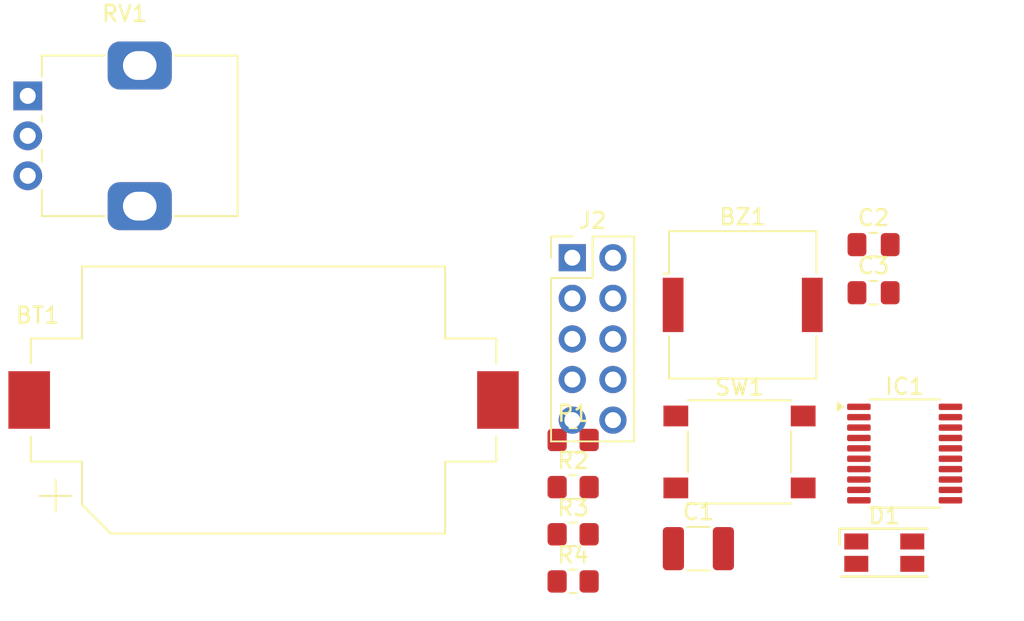
<source format=kicad_pcb>
(kicad_pcb (version 20240108) (generator "pcbnew") (generator_version "8.0")
  (layers (0 "F.Cu" signal) (31 "B.Cu" signal) (34 "B.Paste" user) (35 "F.Paste" user) (36 "B.SilkS" user "B.Silkscreen") (37 "F.SilkS" user "F.Silkscreen") (38 "B.Mask" user) (39 "F.Mask" user) (44 "Edge.Cuts" user))
  (net 0 "")
  (net 1 "GND")
  (net 2 "VCC")
  (net 5 "NRST")
  (net 17 "SWDIO")
  (net 25 "SWCLK")
  (net 27 "BLUE")
  (net 28 "GREEN")
  (net 29 "RED")
  (net 38 "BEEP")
  (net 39 "BTN")
  (footprint "Resistor_SMD:R_0805_2012Metric_Pad1.20x1.40mm_HandSolder" (layer "F.Cu") (at -25.2 -6.9)
    (property "Reference" "R4" (at 0 -1.65 0) (layer "F.SilkS"))
    (property "Value" "R")
    (fp_line (start -0.227064 -0.735) (end 0.227064 -0.735) (stroke (width 0.12)) (layer "F.SilkS"))
    (fp_line (start -0.227064 0.735) (end 0.227064 0.735) (stroke (width 0.12)) (layer "F.SilkS"))
    (pad "1" smd roundrect (at -1 0) (size 1.2 1.4) (layers "F.Cu" "F.Paste" "F.Mask") (roundrect_rratio 0.208333))
    (pad "2" smd roundrect (at 1 0) (size 1.2 1.4) (layers "F.Cu" "F.Paste" "F.Mask") (roundrect_rratio 0.208333))
  )
  (footprint "Capacitor_SMD:C_1210_3225Metric_Pad1.33x2.70mm_HandSolder" (layer "F.Cu") (at -17.37 -8.95)
    (property "Reference" "C1" (at 0 -2.3 0) (layer "F.SilkS"))
    (property "Value" "10 uF")
    (fp_line (start -0.711252 -1.36) (end 0.711252 -1.36) (stroke (width 0.12)) (layer "F.SilkS"))
    (fp_line (start -0.711252 1.36) (end 0.711252 1.36) (stroke (width 0.12)) (layer "F.SilkS"))
    (pad "1" smd roundrect (at -1.5625 0) (size 1.325 2.7) (layers "F.Cu" "F.Paste" "F.Mask") (roundrect_rratio 0.188679) (net 2 "VCC"))
    (pad "2" smd roundrect (at 1.5625 0) (size 1.325 2.7) (layers "F.Cu" "F.Paste" "F.Mask") (roundrect_rratio 0.188679) (net 1 "GND"))
  )
  (footprint "Package_SO:TSSOP-20_4.4x6.5mm_P0.65mm" (layer "F.Cu") (at -4.475 -14.9)
    (property "Reference" "IC1" (at 0 -4.2 0) (layer "F.SilkS"))
    (property "Value" "MSPS003F4SPW20R")
    (fp_line (start 0 -3.385) (end -2.2 -3.385) (stroke (width 0.12)) (layer "F.SilkS"))
    (fp_line (start 0 -3.385) (end 2.2 -3.385) (stroke (width 0.12)) (layer "F.SilkS"))
    (fp_line (start 0 3.385) (end -2.2 3.385) (stroke (width 0.12)) (layer "F.SilkS"))
    (fp_line (start 0 3.385) (end 2.2 3.385) (stroke (width 0.12)) (layer "F.SilkS"))
    (fp_poly (pts (xy -3.86 -2.925) (xy -4.19 -3.165) (xy -4.19 -2.685) (xy -3.86 -2.925)) (stroke (width 0.12)) (fill solid) (layer "F.SilkS"))
    (pad "1" smd roundrect (at -2.8625 -2.925) (size 1.475 0.4) (layers "F.Cu" "F.Paste" "F.Mask"))
    (pad "2" smd roundrect (at -2.8625 -2.275) (size 1.475 0.4) (layers "F.Cu" "F.Paste" "F.Mask"))
    (pad "3" smd roundrect (at -2.8625 -1.625) (size 1.475 0.4) (layers "F.Cu" "F.Paste" "F.Mask"))
    (pad "4" smd roundrect (at -2.8625 -0.975) (size 1.475 0.4) (layers "F.Cu" "F.Paste" "F.Mask") (net 5 "NRST"))
    (pad "5" smd roundrect (at -2.8625 -0.325) (size 1.475 0.4) (layers "F.Cu" "F.Paste" "F.Mask"))
    (pad "6" smd roundrect (at -2.8625 0.325) (size 1.475 0.4) (layers "F.Cu" "F.Paste" "F.Mask"))
    (pad "7" smd roundrect (at -2.8625 0.975) (size 1.475 0.4) (layers "F.Cu" "F.Paste" "F.Mask") (net 1 "GND"))
    (pad "8" smd roundrect (at -2.8625 1.625) (size 1.475 0.4) (layers "F.Cu" "F.Paste" "F.Mask"))
    (pad "9" smd roundrect (at -2.8625 2.275) (size 1.475 0.4) (layers "F.Cu" "F.Paste" "F.Mask") (net 2 "VCC"))
    (pad "10" smd roundrect (at -2.8625 2.925) (size 1.475 0.4) (layers "F.Cu" "F.Paste" "F.Mask"))
    (pad "11" smd roundrect (at 2.8625 2.925) (size 1.475 0.4) (layers "F.Cu" "F.Paste" "F.Mask"))
    (pad "12" smd roundrect (at 2.8625 2.275) (size 1.475 0.4) (layers "F.Cu" "F.Paste" "F.Mask"))
    (pad "13" smd roundrect (at 2.8625 1.625) (size 1.475 0.4) (layers "F.Cu" "F.Paste" "F.Mask"))
    (pad "14" smd roundrect (at 2.8625 0.975) (size 1.475 0.4) (layers "F.Cu" "F.Paste" "F.Mask"))
    (pad "15" smd roundrect (at 2.8625 0.325) (size 1.475 0.4) (layers "F.Cu" "F.Paste" "F.Mask") (net 17 "SWDIO"))
    (pad "16" smd roundrect (at 2.8625 -0.325) (size 1.475 0.4) (layers "F.Cu" "F.Paste" "F.Mask") (net 25 "SWCLK"))
    (pad "17" smd roundrect (at 2.8625 -0.975) (size 1.475 0.4) (layers "F.Cu" "F.Paste" "F.Mask"))
    (pad "18" smd roundrect (at 2.8625 -1.625) (size 1.475 0.4) (layers "F.Cu" "F.Paste" "F.Mask"))
    (pad "19" smd roundrect (at 2.8625 -2.275) (size 1.475 0.4) (layers "F.Cu" "F.Paste" "F.Mask"))
    (pad "20" smd roundrect (at 2.8625 -2.925) (size 1.475 0.4) (layers "F.Cu" "F.Paste" "F.Mask"))
  )
  (footprint "LED_SMD:LED_RGB_1210" (layer "F.Cu") (at -5.75 -8.7)
    (property "Reference" "D1" (at 0 -2.3 0) (layer "F.SilkS"))
    (property "Value" "LED_ARGB")
    (fp_line (start -2.8 -0.5) (end -2.8 -1.5) (stroke (width 0.15)) (layer "F.SilkS"))
    (fp_line (start 2.7 -1.5) (end -2.8 -1.5) (stroke (width 0.15)) (layer "F.SilkS"))
    (fp_line (start 2.7 1.5) (end -2.7 1.5) (stroke (width 0.15)) (layer "F.SilkS"))
    (pad "1" smd rect (at -1.75 -0.7 180) (size 1.5 1) (layers "F.Cu" "F.Paste" "F.Mask"))
    (pad "2" smd rect (at -1.75 0.7 180) (size 1.5 1) (layers "F.Cu" "F.Paste" "F.Mask"))
    (pad "3" smd rect (at 1.75 0.7 180) (size 1.5 1) (layers "F.Cu" "F.Paste" "F.Mask"))
    (pad "4" smd rect (at 1.75 -0.7 180) (size 1.5 1) (layers "F.Cu" "F.Paste" "F.Mask"))
  )
  (footprint "Battery:BatteryHolder_Keystone_1060_1x2032" (layer "F.Cu") (at -44.55 -18.249533)
    (property "Reference" "BT1" (at -14.125 -5.3 0) (layer "F.SilkS"))
    (property "Value" "Battery_Cell")
    (fp_line (start -14.55 -3.85) (end -14.55 -2.3) (stroke (width 0.12)) (layer "F.SilkS"))
    (fp_line (start -14.55 3.85) (end -14.55 2.3) (stroke (width 0.12)) (layer "F.SilkS"))
    (fp_line (start -13 5) (end -13 7) (stroke (width 0.12)) (layer "F.SilkS"))
    (fp_line (start -12 6) (end -14 6) (stroke (width 0.12)) (layer "F.SilkS"))
    (fp_line (start -11.35 -8.35) (end -11.35 -3.85) (stroke (width 0.12)) (layer "F.SilkS"))
    (fp_line (start -11.35 -8.35) (end 11.35 -8.35) (stroke (width 0.12)) (layer "F.SilkS"))
    (fp_line (start -11.35 -3.85) (end -14.55 -3.85) (stroke (width 0.12)) (layer "F.SilkS"))
    (fp_line (start -11.35 3.85) (end -14.55 3.85) (stroke (width 0.12)) (layer "F.SilkS"))
    (fp_line (start -11.35 6.55) (end -11.35 3.85) (stroke (width 0.12)) (layer "F.SilkS"))
    (fp_line (start -9.55 8.35) (end -11.35 6.55) (stroke (width 0.12)) (layer "F.SilkS"))
    (fp_line (start 11.35 -8.35) (end 11.35 -3.85) (stroke (width 0.12)) (layer "F.SilkS"))
    (fp_line (start 11.35 -3.85) (end 14.55 -3.85) (stroke (width 0.12)) (layer "F.SilkS"))
    (fp_line (start 11.35 3.85) (end 14.55 3.85) (stroke (width 0.12)) (layer "F.SilkS"))
    (fp_line (start 11.35 8.35) (end -9.55 8.35) (stroke (width 0.12)) (layer "F.SilkS"))
    (fp_line (start 11.35 8.35) (end 11.35 3.85) (stroke (width 0.12)) (layer "F.SilkS"))
    (fp_line (start 14.55 -3.85) (end 14.55 -2.3) (stroke (width 0.12)) (layer "F.SilkS"))
    (fp_line (start 14.55 3.85) (end 14.55 2.3) (stroke (width 0.12)) (layer "F.SilkS"))
    (pad "1" smd rect (at -14.65 0 180) (size 2.6 3.6) (layers "F.Cu" "F.Paste" "F.Mask") (net 2 "VCC"))
    (pad "2" smd rect (at 14.65 0 180) (size 2.6 3.6) (layers "F.Cu" "F.Paste" "F.Mask") (net 1 "GND"))
  )
  (footprint "Buzzer_Beeper:Buzzer_Murata_PKMCS0909E" (layer "F.Cu") (at -14.6 -24.2)
    (property "Reference" "BZ1" (at 0 -5.5 0) (layer "F.SilkS"))
    (property "Value" "Buzzer")
    (fp_line (start -4.61 -4.61) (end 4.61 -4.61) (stroke (width 0.12)) (layer "F.SilkS"))
    (fp_line (start -4.61 -1.96) (end -4.94 -1.96) (stroke (width 0.12)) (layer "F.SilkS"))
    (fp_line (start -4.61 -1.96) (end -4.61 -4.61) (stroke (width 0.12)) (layer "F.SilkS"))
    (fp_line (start -4.61 4.61) (end -4.61 1.96) (stroke (width 0.12)) (layer "F.SilkS"))
    (fp_line (start 4.61 -4.61) (end 4.61 -1.96) (stroke (width 0.12)) (layer "F.SilkS"))
    (fp_line (start 4.61 1.96) (end 4.61 4.61) (stroke (width 0.12)) (layer "F.SilkS"))
    (fp_line (start 4.61 4.61) (end -4.61 4.61) (stroke (width 0.12)) (layer "F.SilkS"))
    (pad "1" smd rect (at -4.35 0) (size 1.3 3.4) (layers "F.Cu" "F.Paste" "F.Mask"))
    (pad "2" smd rect (at 4.35 0) (size 1.3 3.4) (layers "F.Cu" "F.Paste" "F.Mask"))
  )
  (footprint "Resistor_SMD:R_0805_2012Metric_Pad1.20x1.40mm_HandSolder" (layer "F.Cu") (at -25.2 -15.75)
    (property "Reference" "R1" (at 0 -1.65 0) (layer "F.SilkS"))
    (property "Value" "R")
    (fp_line (start -0.227064 -0.735) (end 0.227064 -0.735) (stroke (width 0.12)) (layer "F.SilkS"))
    (fp_line (start -0.227064 0.735) (end 0.227064 0.735) (stroke (width 0.12)) (layer "F.SilkS"))
    (pad "1" smd roundrect (at -1 0) (size 1.2 1.4) (layers "F.Cu" "F.Paste" "F.Mask") (roundrect_rratio 0.208333) (net 2 "VCC"))
    (pad "2" smd roundrect (at 1 0) (size 1.2 1.4) (layers "F.Cu" "F.Paste" "F.Mask") (roundrect_rratio 0.208333) (net 5 "NRST"))
  )
  (footprint "Resistor_SMD:R_0805_2012Metric_Pad1.20x1.40mm_HandSolder" (layer "F.Cu") (at -25.2 -9.85)
    (property "Reference" "R3" (at 0 -1.65 0) (layer "F.SilkS"))
    (property "Value" "R")
    (fp_line (start -0.227064 -0.735) (end 0.227064 -0.735) (stroke (width 0.12)) (layer "F.SilkS"))
    (fp_line (start -0.227064 0.735) (end 0.227064 0.735) (stroke (width 0.12)) (layer "F.SilkS"))
    (pad "1" smd roundrect (at -1 0) (size 1.2 1.4) (layers "F.Cu" "F.Paste" "F.Mask") (roundrect_rratio 0.208333))
    (pad "2" smd roundrect (at 1 0) (size 1.2 1.4) (layers "F.Cu" "F.Paste" "F.Mask") (roundrect_rratio 0.208333))
  )
  (footprint "Capacitor_SMD:C_0805_2012Metric_Pad1.18x1.45mm_HandSolder" (layer "F.Cu") (at -6.42 -24.96)
    (property "Reference" "C3" (at 0 -1.68 0) (layer "F.SilkS"))
    (property "Value" "10 nF")
    (fp_line (start -0.261252 -0.735) (end 0.261252 -0.735) (stroke (width 0.12)) (layer "F.SilkS"))
    (fp_line (start -0.261252 0.735) (end 0.261252 0.735) (stroke (width 0.12)) (layer "F.SilkS"))
    (pad "1" smd roundrect (at -1.0375 0) (size 1.175 1.45) (layers "F.Cu" "F.Paste" "F.Mask") (roundrect_rratio 0.212766) (net 1 "GND"))
    (pad "2" smd roundrect (at 1.0375 0) (size 1.175 1.45) (layers "F.Cu" "F.Paste" "F.Mask") (roundrect_rratio 0.212766) (net 5 "NRST"))
  )
  (footprint "Button_Switch_SMD:SW_SPST_PTS645" (layer "F.Cu") (at -14.8 -15)
    (property "Reference" "SW1" (at 0 -4.05 0) (layer "F.SilkS"))
    (property "Value" "SW_SPST")
    (fp_line (start -3.23 -3.23) (end 3.23 -3.23) (stroke (width 0.12)) (layer "F.SilkS"))
    (fp_line (start -3.23 -3.2) (end -3.23 -3.23) (stroke (width 0.12)) (layer "F.SilkS"))
    (fp_line (start -3.23 -1.3) (end -3.23 1.3) (stroke (width 0.12)) (layer "F.SilkS"))
    (fp_line (start -3.23 3.23) (end -3.23 3.2) (stroke (width 0.12)) (layer "F.SilkS"))
    (fp_line (start -3.23 3.23) (end 3.23 3.23) (stroke (width 0.12)) (layer "F.SilkS"))
    (fp_line (start 3.23 -3.23) (end 3.23 -3.2) (stroke (width 0.12)) (layer "F.SilkS"))
    (fp_line (start 3.23 -1.3) (end 3.23 1.3) (stroke (width 0.12)) (layer "F.SilkS"))
    (fp_line (start 3.23 3.23) (end 3.23 3.2) (stroke (width 0.12)) (layer "F.SilkS"))
    (pad "1" smd rect (at -3.98 -2.25) (size 1.55 1.3) (layers "F.Cu" "F.Paste" "F.Mask"))
    (pad "1" smd rect (at 3.98 -2.25) (size 1.55 1.3) (layers "F.Cu" "F.Paste" "F.Mask"))
    (pad "2" smd rect (at -3.98 2.25) (size 1.55 1.3) (layers "F.Cu" "F.Paste" "F.Mask") (net 2 "VCC"))
    (pad "2" smd rect (at 3.98 2.25) (size 1.55 1.3) (layers "F.Cu" "F.Paste" "F.Mask") (net 2 "VCC"))
  )
  (footprint "Connector_PinHeader_2.54mm:PinHeader_2x05_P2.54mm_Vertical" (layer "F.Cu") (at -25.25 -27.15)
    (property "Reference" "J2" (at 1.27 -2.33 0) (layer "F.SilkS"))
    (property "Value" "Conn_02x05_Counter_Clockwise")
    (fp_line (start -1.33 -1.33) (end 0 -1.33) (stroke (width 0.12)) (layer "F.SilkS"))
    (fp_line (start -1.33 0) (end -1.33 -1.33) (stroke (width 0.12)) (layer "F.SilkS"))
    (fp_line (start -1.33 1.27) (end -1.33 11.49) (stroke (width 0.12)) (layer "F.SilkS"))
    (fp_line (start -1.33 1.27) (end 1.27 1.27) (stroke (width 0.12)) (layer "F.SilkS"))
    (fp_line (start -1.33 11.49) (end 3.87 11.49) (stroke (width 0.12)) (layer "F.SilkS"))
    (fp_line (start 1.27 -1.33) (end 3.87 -1.33) (stroke (width 0.12)) (layer "F.SilkS"))
    (fp_line (start 1.27 1.27) (end 1.27 -1.33) (stroke (width 0.12)) (layer "F.SilkS"))
    (fp_line (start 3.87 -1.33) (end 3.87 11.49) (stroke (width 0.12)) (layer "F.SilkS"))
    (pad "1" thru_hole rect (at 0 0) (size 1.7 1.7) (drill 1) (layers "*.Cu" "*.Mask") (net 1 "GND"))
    (pad "2" thru_hole oval (at 2.54 0) (size 1.7 1.7) (drill 1) (layers "*.Cu" "*.Mask") (net 2 "VCC"))
    (pad "3" thru_hole oval (at 0 2.54) (size 1.7 1.7) (drill 1) (layers "*.Cu" "*.Mask") (net 5 "NRST"))
    (pad "4" thru_hole oval (at 2.54 2.54) (size 1.7 1.7) (drill 1) (layers "*.Cu" "*.Mask") (net 17 "SWDIO"))
    (pad "5" thru_hole oval (at 0 5.08) (size 1.7 1.7) (drill 1) (layers "*.Cu" "*.Mask") (net 25 "SWCLK"))
    (pad "6" thru_hole oval (at 2.54 5.08) (size 1.7 1.7) (drill 1) (layers "*.Cu" "*.Mask") (net 27 "BLUE"))
    (pad "7" thru_hole oval (at 0 7.62) (size 1.7 1.7) (drill 1) (layers "*.Cu" "*.Mask") (net 28 "GREEN"))
    (pad "8" thru_hole oval (at 2.54 7.62) (size 1.7 1.7) (drill 1) (layers "*.Cu" "*.Mask") (net 29 "RED"))
    (pad "9" thru_hole oval (at 0 10.16) (size 1.7 1.7) (drill 1) (layers "*.Cu" "*.Mask") (net 39 "BTN"))
    (pad "10" thru_hole oval (at 2.54 10.16) (size 1.7 1.7) (drill 1) (layers "*.Cu" "*.Mask") (net 38 "BEEP"))
  )
  (footprint "Capacitor_SMD:C_0805_2012Metric_Pad1.18x1.45mm_HandSolder" (layer "F.Cu") (at -6.42 -27.97)
    (property "Reference" "C2" (at 0 -1.68 0) (layer "F.SilkS"))
    (property "Value" "0.1 uF")
    (fp_line (start -0.261252 -0.735) (end 0.261252 -0.735) (stroke (width 0.12)) (layer "F.SilkS"))
    (fp_line (start -0.261252 0.735) (end 0.261252 0.735) (stroke (width 0.12)) (layer "F.SilkS"))
    (pad "1" smd roundrect (at -1.0375 0) (size 1.175 1.45) (layers "F.Cu" "F.Paste" "F.Mask") (roundrect_rratio 0.212766) (net 2 "VCC"))
    (pad "2" smd roundrect (at 1.0375 0) (size 1.175 1.45) (layers "F.Cu" "F.Paste" "F.Mask") (roundrect_rratio 0.212766) (net 1 "GND"))
  )
  (footprint "Resistor_SMD:R_0805_2012Metric_Pad1.20x1.40mm_HandSolder" (layer "F.Cu") (at -25.2 -12.8)
    (property "Reference" "R2" (at 0 -1.65 0) (layer "F.SilkS"))
    (property "Value" "R")
    (fp_line (start -0.227064 -0.735) (end 0.227064 -0.735) (stroke (width 0.12)) (layer "F.SilkS"))
    (fp_line (start -0.227064 0.735) (end 0.227064 0.735) (stroke (width 0.12)) (layer "F.SilkS"))
    (pad "1" smd roundrect (at -1 0) (size 1.2 1.4) (layers "F.Cu" "F.Paste" "F.Mask") (roundrect_rratio 0.208333))
    (pad "2" smd roundrect (at 1 0) (size 1.2 1.4) (layers "F.Cu" "F.Paste" "F.Mask") (roundrect_rratio 0.208333))
  )
  (footprint "Potentiometer_THT:Potentiometer_Alps_RK09K_Single_Vertical" (layer "F.Cu") (at -59.29 -37.275)
    (property "Reference" "RV1" (at 6.05 -5.15 0) (layer "F.SilkS"))
    (property "Value" "50 k")
    (fp_line (start 0.88 -2.521) (end 0.88 -1.2) (stroke (width 0.12)) (layer "F.SilkS"))
    (fp_line (start 0.88 -2.521) (end 4.817 -2.521) (stroke (width 0.12)) (layer "F.SilkS"))
    (fp_line (start 0.88 1.25) (end 0.88 1.63) (stroke (width 0.12)) (layer "F.SilkS"))
    (fp_line (start 0.88 3.371) (end 0.88 4.13) (stroke (width 0.12)) (layer "F.SilkS"))
    (fp_line (start 0.88 5.87) (end 0.88 7.52) (stroke (width 0.12)) (layer "F.SilkS"))
    (fp_line (start 0.88 7.52) (end 4.817 7.52) (stroke (width 0.12)) (layer "F.SilkS"))
    (fp_line (start 9.184 -2.521) (end 13.12 -2.521) (stroke (width 0.12)) (layer "F.SilkS"))
    (fp_line (start 9.184 7.52) (end 13.12 7.52) (stroke (width 0.12)) (layer "F.SilkS"))
    (fp_line (start 13.12 -2.521) (end 13.12 7.52) (stroke (width 0.12)) (layer "F.SilkS"))
    (pad "1" thru_hole rect (at 0 0) (size 1.8 1.8) (drill 1) (layers "*.Cu" "*.Mask") (net 1 "GND"))
    (pad "2" thru_hole circle (at 0 2.5) (size 1.8 1.8) (drill 1) (layers "*.Cu" "*.Mask"))
    (pad "3" thru_hole circle (at 0 5) (size 1.8 1.8) (drill 1) (layers "*.Cu" "*.Mask") (net 2 "VCC"))
    (pad "MP" thru_hole roundrect (at 7 -1.9) (size 4 3) (drill oval 2.1 1.8) (layers "*.Cu" "*.Mask") (net 1 "GND"))
    (pad "MP" thru_hole roundrect (at 7 6.9) (size 4 3) (drill oval 2.1 1.8) (layers "*.Cu" "*.Mask") (net 1 "GND"))
  )
)
</source>
